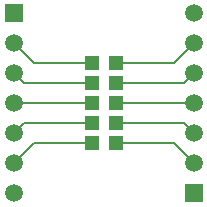
<source format=gbl>
G04 DipTrace 3.2.0.1*
G04 I2C_Breakout.gbl*
%MOIN*%
G04 #@! TF.FileFunction,Copper,L2,Bot*
G04 #@! TF.Part,Single*
G04 #@! TA.AperFunction,Conductor*
%ADD14C,0.006*%
G04 #@! TA.AperFunction,ComponentPad*
%ADD16R,0.059055X0.059055*%
%ADD17C,0.059055*%
%ADD18R,0.047244X0.047244*%
%FSLAX26Y26*%
G04*
G70*
G90*
G75*
G01*
G04 Bottom*
%LPD*%
X755413Y927559D2*
D14*
X559843D1*
X493701Y993701D1*
X755413Y860630D2*
X526772D1*
X493701Y893701D1*
X755413Y793701D2*
X493701D1*
X755413Y726772D2*
X526772D1*
X493701Y693701D1*
X755413Y659843D2*
X559843D1*
X493701Y593701D1*
X834154Y659843D2*
X1027559D1*
X1093701Y593701D1*
X834154Y726772D2*
X1060630D1*
X1093701Y693701D1*
X834154Y793701D2*
X1093701D1*
X834154Y860630D2*
X1060630D1*
X1093701Y893701D1*
X834154Y927559D2*
X1027559D1*
X1093701Y993701D1*
D16*
X493701Y1093701D3*
D17*
Y993701D3*
Y893701D3*
Y793701D3*
Y693701D3*
Y593701D3*
Y493701D3*
D16*
X1093701D3*
D17*
Y593701D3*
Y693701D3*
Y793701D3*
Y893701D3*
Y993701D3*
Y1093701D3*
D18*
X755413Y659843D3*
Y726772D3*
Y793701D3*
Y860630D3*
Y927559D3*
X834154D3*
Y860630D3*
Y793701D3*
Y726772D3*
Y659843D3*
M02*

</source>
